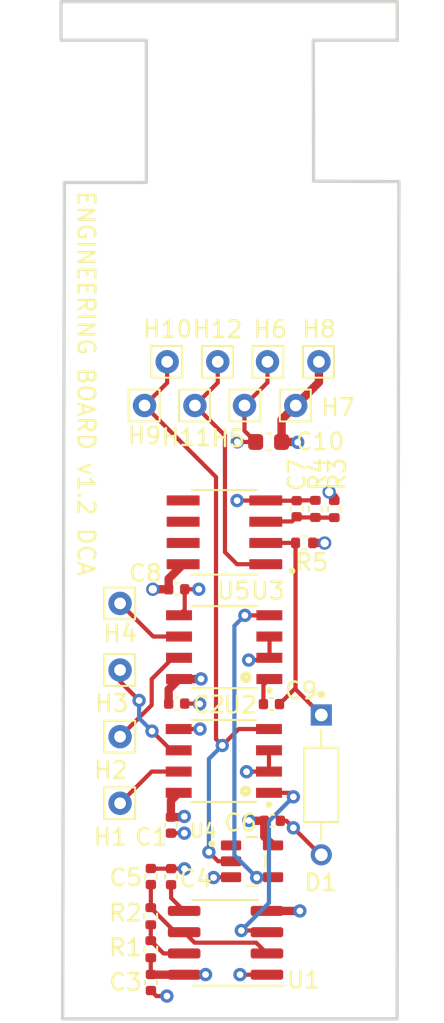
<source format=kicad_pcb>
(kicad_pcb (version 20211014) (generator pcbnew)
  (title_block (title "DCA_Sensor_Unit_PCB ") (date "2023-02-01") (rev "v1.1") (company "DCA"))
  (layers (0 "F.Cu" signal) (1 "In1.Cu" signal) (2 "In2.Cu" signal) (31 "B.Cu" signal) (34 "B.Paste" user) (35 "F.Paste" user) (36 "B.SilkS" user "B.Silkscreen") (37 "F.SilkS" user "F.Silkscreen") (38 "B.Mask" user) (39 "F.Mask" user) (44 "Edge.Cuts" user))
  (net 0 "")
  (net 1 "GND")
  (net 2 "+5V")
  (net 3 "Net-(C4-Pad1)")
  (net 4 "Net-(C5-Pad1)")
  (net 5 "Net-(C7-Pad1)")
  (net 6 "Net-(R1-Pad2)")
  (net 7 "Net-(U1-Pad3)")
  (net 8 "Net-(U3-Pad4)")
  (net 13 "Net-(C9-Pad1)")
  (net 14 "Net-(C9-Pad2)")
  (net 15 "Net-(U2-Pad7)")
  (net 16 "Net-(U3-Pad7)")
  (net 17 "Net-(U2-Pad6)")
  (net 18 "Net-(U3-Pad6)")
  (net 19 "Net-(U2-Pad4)")
  (net 20 "Net-(U5-Pad1)")
  (footprint "Capacitor_SMD:C_0402_1005Metric" (layer "F.Cu") (at 224.265 136.159167 180)
    (fp_text reference "C2" (at -1.925 -0.065) (layer "F.SilkS"))
    (fp_text value "100nF")
    (fp_line (start -0.107836 0.36) (end 0.107836 0.36) (layer "F.SilkS") (width 0.12))
    (fp_line (start -0.107836 -0.36) (end 0.107836 -0.36) (layer "F.SilkS") (width 0.12))
    (pad "1" smd roundrect (at -0.48 0 180) (size 0.56 0.62) (layers "F.Cu" "F.Paste" "F.Mask") (net 1 "GND"))
    (pad "2" smd roundrect (at 0.48 0 180) (size 0.56 0.62) (layers "F.Cu" "F.Paste" "F.Mask") (net 2 "+5V"))
  )
  (footprint "LM193DR:SOIC127P599X175-8N" (layer "F.Cu") (at 227.12 125.929167 180)
    (fp_text reference "U5" (at -0.54 -3.495 180) (layer "F.SilkS"))
    (fp_text value "LM193DR")
    (fp_line (start -1.95 -2.525) (end 1.95 -2.525) (layer "F.SilkS") (width 0.127))
    (fp_line (start -1.95 2.525) (end 1.95 2.525) (layer "F.SilkS") (width 0.127))
    (fp_circle (center -4.04 -2.305) (end -3.94 -2.305) (layer "F.SilkS") (width 0.2) (fill none))
    (pad "1" smd roundrect locked (at -2.47 -1.905 180) (size 1.97 0.6) (layers "F.Cu" "F.Paste" "F.Mask") (roundrect_rratio 0.07) (net 20 "Net-(U5-Pad1)"))
    (pad "2" smd roundrect locked (at -2.47 -0.635 180) (size 1.97 0.6) (layers "F.Cu" "F.Paste" "F.Mask") (roundrect_rratio 0.07) (net 14 "Net-(C9-Pad2)"))
    (pad "3" smd roundrect locked (at -2.47 0.635 180) (size 1.97 0.6) (layers "F.Cu" "F.Paste" "F.Mask") (roundrect_rratio 0.07) (net 5 "Net-(C7-Pad1)"))
    (pad "4" smd roundrect locked (at -2.47 1.905 180) (size 1.97 0.6) (layers "F.Cu" "F.Paste" "F.Mask") (roundrect_rratio 0.07) (net 1 "GND"))
    (pad "5" smd roundrect locked (at 2.47 1.905 180) (size 1.97 0.6) (layers "F.Cu" "F.Paste" "F.Mask") (roundrect_rratio 0.07))
    (pad "6" smd roundrect locked (at 2.47 0.635 180) (size 1.97 0.6) (layers "F.Cu" "F.Paste" "F.Mask") (roundrect_rratio 0.07))
    (pad "7" smd roundrect locked (at 2.47 -0.635 180) (size 1.97 0.6) (layers "F.Cu" "F.Paste" "F.Mask") (roundrect_rratio 0.07))
    (pad "8" smd roundrect locked (at 2.47 -1.905 180) (size 1.97 0.6) (layers "F.Cu" "F.Paste" "F.Mask") (roundrect_rratio 0.07) (net 2 "+5V"))
  )
  (footprint "Resistor_SMD:R_0402_1005Metric" (layer "F.Cu") (at 232.555 124.529167 90)
    (fp_text reference "R4" (at 2.075 0.125 90) (layer "F.SilkS"))
    (fp_text value "560")
    (fp_line (start -0.153641 -0.38) (end 0.153641 -0.38) (layer "F.SilkS") (width 0.12))
    (fp_line (start -0.153641 0.38) (end 0.153641 0.38) (layer "F.SilkS") (width 0.12))
    (pad "1" smd roundrect (at -0.51 0 90) (size 0.54 0.64) (layers "F.Cu" "F.Paste" "F.Mask") (net 5 "Net-(C7-Pad1)"))
    (pad "2" smd roundrect (at 0.51 0 90) (size 0.54 0.64) (layers "F.Cu" "F.Paste" "F.Mask") (net 1 "GND"))
  )
  (footprint "Connector_Pin:Pin_D0.7mm_L6.5mm_W1.8mm_FlatFork" (layer "F.Cu") (at 220.88 142.114167)
    (fp_text reference "H1" (at -0.58 2.01) (layer "F.SilkS"))
    (fp_text value "S1+")
    (fp_line (start 0.9 -0.9) (end 0.9 -0.95) (layer "F.SilkS") (width 0.12))
    (fp_line (start 0.9 0.95) (end 0.9 -0.9) (layer "F.SilkS") (width 0.12))
    (fp_line (start 0.9 -0.95) (end -0.95 -0.95) (layer "F.SilkS") (width 0.12))
    (fp_line (start -0.95 -0.95) (end -0.95 0.95) (layer "F.SilkS") (width 0.12))
    (fp_line (start -0.95 0.95) (end 0.9 0.95) (layer "F.SilkS") (width 0.12))
    (pad "1" thru_hole circle (at 0 0) (size 1.4 1.4) (drill 0.7) (layers *.Cu *.Mask) (net 15 "Net-(U2-Pad7)"))
  )
  (footprint "Capacitor_SMD:C_0402_1005Metric" (layer "F.Cu") (at 222.725 152.819167 90)
    (fp_text reference "C3" (at 0.02 -1.52) (layer "F.SilkS"))
    (fp_text value "100nF")
    (fp_line (start -0.107836 -0.36) (end 0.107836 -0.36) (layer "F.SilkS") (width 0.12))
    (fp_line (start -0.107836 0.36) (end 0.107836 0.36) (layer "F.SilkS") (width 0.12))
    (pad "1" smd roundrect (at -0.48 0 90) (size 0.56 0.62) (layers "F.Cu" "F.Paste" "F.Mask") (net 1 "GND"))
    (pad "2" smd roundrect (at 0.48 0 90) (size 0.56 0.62) (layers "F.Cu" "F.Paste" "F.Mask") (net 2 "+5V"))
  )
  (footprint "Connector_Pin:Pin_D0.7mm_L6.5mm_W1.8mm_FlatFork" (layer "F.Cu") (at 220.88 138.134167)
    (fp_text reference "H2" (at -0.55 2) (layer "F.SilkS"))
    (fp_text value "S1-")
    (fp_line (start -0.95 -0.95) (end -0.95 0.95) (layer "F.SilkS") (width 0.12))
    (fp_line (start 0.9 -0.9) (end 0.9 -0.95) (layer "F.SilkS") (width 0.12))
    (fp_line (start 0.9 0.95) (end 0.9 -0.9) (layer "F.SilkS") (width 0.12))
    (fp_line (start 0.9 -0.95) (end -0.95 -0.95) (layer "F.SilkS") (width 0.12))
    (fp_line (start -0.95 0.95) (end 0.9 0.95) (layer "F.SilkS") (width 0.12))
    (pad "1" thru_hole circle (at 0 0) (size 1.4 1.4) (drill 0.7) (layers *.Cu *.Mask) (net 16 "Net-(U3-Pad7)"))
  )
  (footprint "Connector_Pin:Pin_D0.7mm_L6.5mm_W1.8mm_FlatFork" (layer "F.Cu") (at 231.381112 118.351389)
    (fp_text reference "H7" (at 2.528888 0.11) (layer "F.SilkS"))
    (fp_text value "VCC")
    (fp_line (start 0.9 -0.9) (end 0.9 -0.95) (layer "F.SilkS") (width 0.12))
    (fp_line (start -0.95 0.95) (end 0.9 0.95) (layer "F.SilkS") (width 0.12))
    (fp_line (start -0.95 -0.95) (end -0.95 0.95) (layer "F.SilkS") (width 0.12))
    (fp_line (start 0.9 0.95) (end 0.9 -0.9) (layer "F.SilkS") (width 0.12))
    (fp_line (start 0.9 -0.95) (end -0.95 -0.95) (layer "F.SilkS") (width 0.12))
    (pad "1" thru_hole circle (at 0 0) (size 1.4 1.4) (drill 0.7) (layers *.Cu *.Mask) (net 2 "+5V"))
  )
  (footprint "Resistor_SMD:R_0402_1005Metric" (layer "F.Cu") (at 222.715 148.859167 90)
    (fp_text reference "R2" (at 0.2 -1.51) (layer "F.SilkS"))
    (fp_text value "1.5k")
    (fp_line (start -0.153641 0.38) (end 0.153641 0.38) (layer "F.SilkS") (width 0.12))
    (fp_line (start -0.153641 -0.38) (end 0.153641 -0.38) (layer "F.SilkS") (width 0.12))
    (pad "1" smd roundrect (at -0.51 0 90) (size 0.54 0.64) (layers "F.Cu" "F.Paste" "F.Mask") (net 6 "Net-(R1-Pad2)"))
    (pad "2" smd roundrect (at 0.51 0 90) (size 0.54 0.64) (layers "F.Cu" "F.Paste" "F.Mask") (net 4 "Net-(C5-Pad1)"))
  )
  (footprint "Capacitor_SMD:C_0402_1005Metric" (layer "F.Cu") (at 224.265 129.329167)
    (fp_text reference "C8" (at -1.87 -0.96) (layer "F.SilkS"))
    (fp_text value "100nF")
    (fp_line (start -0.107836 -0.36) (end 0.107836 -0.36) (layer "F.SilkS") (width 0.12))
    (fp_line (start -0.107836 0.36) (end 0.107836 0.36) (layer "F.SilkS") (width 0.12))
    (pad "1" smd roundrect (at -0.48 0) (size 0.56 0.62) (layers "F.Cu" "F.Paste" "F.Mask") (net 2 "+5V"))
    (pad "2" smd roundrect (at 0.48 0) (size 0.56 0.62) (layers "F.Cu" "F.Paste" "F.Mask") (net 1 "GND"))
  )
  (footprint "Capacitor_SMD:C_0603_1608Metric" (layer "F.Cu") (at 229.76 120.531389)
    (fp_text reference "C10" (at 3.07 -0.02) (layer "F.SilkS"))
    (fp_text value "1u")
    (fp_line (start -0.14058 -0.51) (end 0.14058 -0.51) (layer "F.SilkS") (width 0.12))
    (fp_line (start -0.14058 0.51) (end 0.14058 0.51) (layer "F.SilkS") (width 0.12))
    (pad "1" smd roundrect (at -0.775 0) (size 0.9 0.95) (layers "F.Cu" "F.Paste" "F.Mask") (net 1 "GND"))
    (pad "2" smd roundrect (at 0.775 0) (size 0.9 0.95) (layers "F.Cu" "F.Paste" "F.Mask") (net 2 "+5V"))
  )
  (footprint "Capacitor_SMD:C_0402_1005Metric" (layer "F.Cu") (at 229.93 136.189167)
    (fp_text reference "C9" (at 1.77 -0.805) (layer "F.SilkS"))
    (fp_text value "10uF")
    (fp_line (start -0.107836 -0.36) (end 0.107836 -0.36) (layer "F.SilkS") (width 0.12))
    (fp_line (start -0.107836 0.36) (end 0.107836 0.36) (layer "F.SilkS") (width 0.12))
    (pad "1" smd roundrect (at -0.48 0) (size 0.56 0.62) (layers "F.Cu" "F.Paste" "F.Mask") (net 13 "Net-(C9-Pad1)"))
    (pad "2" smd roundrect (at 0.48 0) (size 0.56 0.62) (layers "F.Cu" "F.Paste" "F.Mask") (net 14 "Net-(C9-Pad2)"))
  )
  (footprint "Connector_Pin:Pin_D0.7mm_L6.5mm_W1.8mm_FlatFork" (layer "F.Cu") (at 222.342778 118.351389)
    (fp_text reference "H9" (at 0 1.8) (layer "F.SilkS"))
    (fp_text value "GPIO1")
    (fp_line (start -0.95 -0.95) (end -0.95 0.95) (layer "F.SilkS") (width 0.12))
    (fp_line (start 0.9 0.95) (end 0.9 -0.9) (layer "F.SilkS") (width 0.12))
    (fp_line (start 0.9 -0.9) (end 0.9 -0.95) (layer "F.SilkS") (width 0.12))
    (fp_line (start -0.95 0.95) (end 0.9 0.95) (layer "F.SilkS") (width 0.12))
    (fp_line (start 0.9 -0.95) (end -0.95 -0.95) (layer "F.SilkS") (width 0.12))
    (pad "1" thru_hole circle (at 0 0) (size 1.4 1.4) (drill 0.7) (layers *.Cu *.Mask) (net 19 "Net-(U2-Pad4)"))
  )
  (footprint "Capacitor_SMD:C_0402_1005Metric" (layer "F.Cu") (at 222.72 146.489167 90)
    (fp_text reference "C5" (at -0.06 -1.5 180) (layer "F.SilkS"))
    (fp_text value "10nF")
    (fp_line (start -0.107836 -0.36) (end 0.107836 -0.36) (layer "F.SilkS") (width 0.12))
    (fp_line (start -0.107836 0.36) (end 0.107836 0.36) (layer "F.SilkS") (width 0.12))
    (pad "1" smd roundrect (at -0.48 0 90) (size 0.56 0.62) (layers "F.Cu" "F.Paste" "F.Mask") (net 4 "Net-(C5-Pad1)"))
    (pad "2" smd roundrect (at 0.48 0 90) (size 0.56 0.62) (layers "F.Cu" "F.Paste" "F.Mask") (net 1 "GND"))
  )
  (footprint "Capacitor_SMD:C_0402_1005Metric" (layer "F.Cu") (at 223.93 146.499167 90)
    (fp_text reference "C4" (at -0.12 1.47 180) (layer "F.SilkS"))
    (fp_text value "1nF")
    (fp_line (start -0.107836 -0.36) (end 0.107836 -0.36) (layer "F.SilkS") (width 0.12))
    (fp_line (start -0.107836 0.36) (end 0.107836 0.36) (layer "F.SilkS") (width 0.12))
    (pad "1" smd roundrect (at -0.48 0 90) (size 0.56 0.62) (layers "F.Cu" "F.Paste" "F.Mask") (net 3 "Net-(C4-Pad1)"))
    (pad "2" smd roundrect (at 0.48 0 90) (size 0.56 0.62) (layers "F.Cu" "F.Paste" "F.Mask") (net 1 "GND"))
  )
  (footprint "Resistor_SMD:R_0402_1005Metric" (layer "F.Cu") (at 233.685 124.539167 -90)
    (fp_text reference "R3" (at -2.095 -0.175 90) (layer "F.SilkS"))
    (fp_text value "2.7k")
    (fp_line (start -0.153641 -0.38) (end 0.153641 -0.38) (layer "F.SilkS") (width 0.12))
    (fp_line (start -0.153641 0.38) (end 0.153641 0.38) (layer "F.SilkS") (width 0.12))
    (pad "1" smd roundrect (at -0.51 0 270) (size 0.54 0.64) (layers "F.Cu" "F.Paste" "F.Mask") (net 2 "+5V"))
    (pad "2" smd roundrect (at 0.51 0 270) (size 0.54 0.64) (layers "F.Cu" "F.Paste" "F.Mask") (net 5 "Net-(C7-Pad1)"))
  )
  (footprint "Connector_Pin:Pin_D0.7mm_L6.5mm_W1.8mm_FlatFork" (layer "F.Cu") (at 223.696111 115.741389)
    (fp_text reference "H10" (at 0.03 -1.95) (layer "F.SilkS"))
    (fp_text value "GPIO1")
    (fp_line (start 0.9 -0.9) (end 0.9 -0.95) (layer "F.SilkS") (width 0.12))
    (fp_line (start 0.9 0.95) (end 0.9 -0.9) (layer "F.SilkS") (width 0.12))
    (fp_line (start -0.95 -0.95) (end -0.95 0.95) (layer "F.SilkS") (width 0.12))
    (fp_line (start -0.95 0.95) (end 0.9 0.95) (layer "F.SilkS") (width 0.12))
    (fp_line (start 0.9 -0.95) (end -0.95 -0.95) (layer "F.SilkS") (width 0.12))
    (pad "1" thru_hole circle (at 0 0) (size 1.4 1.4) (drill 0.7) (layers *.Cu *.Mask) (net 19 "Net-(U2-Pad4)"))
  )
  (footprint "Resistor_SMD:R_0402_1005Metric" (layer "F.Cu") (at 231.88 126.559167 180)
    (fp_text reference "R5" (at -0.46 -1.165) (layer "F.SilkS"))
    (fp_text value "220")
    (fp_line (start -0.153641 0.38) (end 0.153641 0.38) (layer "F.SilkS") (width 0.12))
    (fp_line (start -0.153641 -0.38) (end 0.153641 -0.38) (layer "F.SilkS") (width 0.12))
    (pad "1" smd roundrect (at -0.51 0 180) (size 0.54 0.64) (layers "F.Cu" "F.Paste" "F.Mask") (net 2 "+5V"))
    (pad "2" smd roundrect (at 0.51 0 180) (size 0.54 0.64) (layers "F.Cu" "F.Paste" "F.Mask") (net 14 "Net-(C9-Pad2)"))
  )
  (footprint "Connector_Pin:Pin_D0.7mm_L6.5mm_W1.8mm_FlatFork" (layer "F.Cu") (at 232.767778 115.741389)
    (fp_text reference "H8" (at 0.01 -1.94) (layer "F.SilkS"))
    (fp_text value "VCC")
    (fp_line (start 0.9 0.95) (end 0.9 -0.9) (layer "F.SilkS") (width 0.12))
    (fp_line (start 0.9 -0.95) (end -0.95 -0.95) (layer "F.SilkS") (width 0.12))
    (fp_line (start -0.95 0.95) (end 0.9 0.95) (layer "F.SilkS") (width 0.12))
    (fp_line (start -0.95 -0.95) (end -0.95 0.95) (layer "F.SilkS") (width 0.12))
    (fp_line (start 0.9 -0.9) (end 0.9 -0.95) (layer "F.SilkS") (width 0.12))
    (pad "1" thru_hole circle (at 0 0) (size 1.4 1.4) (drill 0.7) (layers *.Cu *.Mask) (net 2 "+5V"))
  )
  (footprint "MAX4528CSA_:SOIC127P600X175-8N" (layer "F.Cu") (at 227.105 132.787917 180)
    (fp_text reference "U3" (at -2.615 3.35375) (layer "F.SilkS") (effects (font (size 1.001669 1.001669))))
    (fp_text value "MAX4528CSA+")
    (fp_line (start -1.95 -2.45) (end 1.95 -2.45) (layer "F.SilkS") (width 0.127))
    (fp_line (start 1.95 2.45) (end -1.95 2.45) (layer "F.SilkS") (width 0.127))
    (fp_circle (center -2.7 -2.6) (end -2.6 -2.6) (layer "F.SilkS") (width 0.2) (fill none))
    (fp_circle (center -1.3 -1.8) (end -1.1 -1.8) (layer "F.SilkS") (width 0.3) (fill none))
    (pad "1" smd rect locked (at -2.7 -1.905 180) (size 1.55 0.6) (layers "F.Cu" "F.Paste" "F.Mask") (net 13 "Net-(C9-Pad1)"))
    (pad "2" smd rect locked (at -2.7 -0.635 180) (size 1.55 0.6) (layers "F.Cu" "F.Paste" "F.Mask") (net 1 "GND"))
    (pad "3" smd rect locked (at -2.7 0.635 180) (size 1.55 0.6) (layers "F.Cu" "F.Paste" "F.Mask") (net 1 "GND"))
    (pad "4" smd rect locked (at -2.7 1.905 180) (size 1.55 0.6) (layers "F.Cu" "F.Paste" "F.Mask") (net 8 "Net-(U3-Pad4)"))
    (pad "5" smd rect locked (at 2.7 1.905 180) (size 1.55 0.6) (layers "F.Cu" "F.Paste" "F.Mask") (net 1 "GND"))
    (pad "6" smd rect locked (at 2.7 0.635 180) (size 1.55 0.6) (layers "F.Cu" "F.Paste" "F.Mask") (net 18 "Net-(U3-Pad6)"))
    (pad "7" smd rect locked (at 2.7 -0.635 180) (size 1.55 0.6) (layers "F.Cu" "F.Paste" "F.Mask") (net 16 "Net-(U3-Pad7)"))
    (pad "8" smd rect locked (at 2.7 -1.905 180) (size 1.55 0.6) (layers "F.Cu" "F.Paste" "F.Mask") (net 2 "+5V"))
  )
  (footprint "Connector_Pin:Pin_D0.7mm_L6.5mm_W1.8mm_FlatFork" (layer "F.Cu") (at 220.88 134.154167)
    (fp_text reference "H3" (at -0.49 1.99) (layer "F.SilkS"))
    (fp_text value "S2+")
    (fp_line (start -0.95 -0.95) (end -0.95 0.95) (layer "F.SilkS") (width 0.12))
    (fp_line (start 0.9 -0.9) (end 0.9 -0.95) (layer "F.SilkS") (width 0.12))
    (fp_line (start 0.9 0.95) (end 0.9 -0.9) (layer "F.SilkS") (width 0.12))
    (fp_line (start -0.95 0.95) (end 0.9 0.95) (layer "F.SilkS") (width 0.12))
    (fp_line (start 0.9 -0.95) (end -0.95 -0.95) (layer "F.SilkS") (width 0.12))
    (pad "1" thru_hole circle (at 0 0) (size 1.4 1.4) (drill 0.7) (layers *.Cu *.Mask) (net 17 "Net-(U2-Pad6)"))
  )
  (footprint "Resistor_SMD:R_0402_1005Metric" (layer "F.Cu") (at 222.715 150.829167 90)
    (fp_text reference "R1" (at 0.1 -1.51) (layer "F.SilkS"))
    (fp_text value "820")
    (fp_line (start -0.153641 -0.38) (end 0.153641 -0.38) (layer "F.SilkS") (width 0.12))
    (fp_line (start -0.153641 0.38) (end 0.153641 0.38) (layer "F.SilkS") (width 0.12))
    (pad "1" smd roundrect (at -0.51 0 90) (size 0.54 0.64) (layers "F.Cu" "F.Paste" "F.Mask") (net 2 "+5V"))
    (pad "2" smd roundrect (at 0.51 0 90) (size 0.54 0.64) (layers "F.Cu" "F.Paste" "F.Mask") (net 6 "Net-(R1-Pad2)"))
  )
  (footprint "Connector_Pin:Pin_D0.7mm_L6.5mm_W1.8mm_FlatFork" (layer "F.Cu") (at 225.355556 118.351389)
    (fp_text reference "H11" (at -0.505556 1.9) (layer "F.SilkS"))
    (fp_text value "GPIO2")
    (fp_line (start 0.9 0.95) (end 0.9 -0.9) (layer "F.SilkS") (width 0.12))
    (fp_line (start -0.95 -0.95) (end -0.95 0.95) (layer "F.SilkS") (width 0.12))
    (fp_line (start -0.95 0.95) (end 0.9 0.95) (layer "F.SilkS") (width 0.12))
    (fp_line (start 0.9 -0.95) (end -0.95 -0.95) (layer "F.SilkS") (width 0.12))
    (fp_line (start 0.9 -0.9) (end 0.9 -0.95) (layer "F.SilkS") (width 0.12))
    (pad "1" thru_hole circle (at 0 0) (size 1.4 1.4) (drill 0.7) (layers *.Cu *.Mask) (net 20 "Net-(U5-Pad1)"))
  )
  (footprint "SN74AHC1G04DBVR:SOT95P280X145-5N" (layer "F.Cu") (at 228.77 145.579167)
    (fp_text reference "U4" (at -2.91 -1.815) (layer "F.SilkS") (effects (font (size 0.8 0.8))))
    (fp_text value "SN74AHC1G04DBVR")
    (fp_line (start -0.33 -1.45) (end 0.33 -1.45) (layer "F.SilkS") (width 0.127))
    (fp_line (start 0.8 -0.335) (end 0.8 0.335) (layer "F.SilkS") (width 0.127))
    (fp_line (start 0.33 1.45) (end -0.33 1.45) (layer "F.SilkS") (width 0.127))
    (fp_circle (center -2.41 -1.05) (end -2.31 -1.05) (layer "F.SilkS") (width 0.2) (fill none))
    (pad "1" smd roundrect locked (at -1.255 -0.95) (size 1.21 0.59) (layers "F.Cu" "F.Paste" "F.Mask") (roundrect_rratio 0.15))
    (pad "2" smd roundrect locked (at -1.255 0) (size 1.21 0.59) (layers "F.Cu" "F.Paste" "F.Mask") (roundrect_rratio 0.15) (net 19 "Net-(U2-Pad4)"))
    (pad "3" smd roundrect locked (at -1.255 0.95) (size 1.21 0.59) (layers "F.Cu" "F.Paste" "F.Mask") (roundrect_rratio 0.15) (net 1 "GND"))
    (pad "4" smd roundrect locked (at 1.255 0.95) (size 1.21 0.59) (layers "F.Cu" "F.Paste" "F.Mask") (roundrect_rratio 0.15) (net 8 "Net-(U3-Pad4)"))
    (pad "5" smd roundrect locked (at 1.255 -0.95) (size 1.21 0.59) (layers "F.Cu" "F.Paste" "F.Mask") (roundrect_rratio 0.15) (net 2 "+5V"))
  )
  (footprint "Connector_Pin:Pin_D0.7mm_L6.5mm_W1.8mm_FlatFork" (layer "F.Cu") (at 229.693889 115.741389 180)
    (fp_text reference "H6" (at -0.165 1.93) (layer "F.SilkS"))
    (fp_text value "GND")
    (fp_line (start 0.9 0.95) (end 0.9 -0.9) (layer "F.SilkS") (width 0.12))
    (fp_line (start -0.95 -0.95) (end -0.95 0.95) (layer "F.SilkS") (width 0.12))
    (fp_line (start 0.9 -0.95) (end -0.95 -0.95) (layer "F.SilkS") (width 0.12))
    (fp_line (start -0.95 0.95) (end 0.9 0.95) (layer "F.SilkS") (width 0.12))
    (fp_line (start 0.9 -0.9) (end 0.9 -0.95) (layer "F.SilkS") (width 0.12))
    (pad "1" thru_hole circle (at 0 0 180) (size 1.4 1.4) (drill 0.7) (layers *.Cu *.Mask) (net 1 "GND"))
  )
  (footprint "Capacitor_SMD:C_0402_1005Metric" (layer "F.Cu") (at 231.435 124.519167 90)
    (fp_text reference "C7" (at 2.035 0.015 90) (layer "F.SilkS"))
    (fp_text value "100nF")
    (fp_line (start -0.107836 -0.36) (end 0.107836 -0.36) (layer "F.SilkS") (width 0.12))
    (fp_line (start -0.107836 0.36) (end 0.107836 0.36) (layer "F.SilkS") (width 0.12))
    (pad "1" smd roundrect (at -0.48 0 90) (size 0.56 0.62) (layers "F.Cu" "F.Paste" "F.Mask") (net 5 "Net-(C7-Pad1)"))
    (pad "2" smd roundrect (at 0.48 0 90) (size 0.56 0.62) (layers "F.Cu" "F.Paste" "F.Mask") (net 1 "GND"))
  )
  (footprint "MAX4528CSA_:SOIC127P600X175-8N" (layer "F.Cu") (at 227.0825 139.584167 180)
    (fp_text reference "U2" (at -0.9775 3.35) (layer "F.SilkS") (effects (font (size 1.001669 1.001669))))
    (fp_text value "MAX4528CSA+")
    (fp_line (start 1.95 2.45) (end -1.95 2.45) (layer "F.SilkS") (width 0.127))
    (fp_line (start -1.95 -2.45) (end 1.95 -2.45) (layer "F.SilkS") (width 0.127))
    (fp_circle (center -2.7 -2.6) (end -2.6 -2.6) (layer "F.SilkS") (width 0.2) (fill none))
    (fp_circle (center -1.3 -1.8) (end -1.1 -1.8) (layer "F.SilkS") (width 0.3) (fill none))
    (pad "1" smd rect locked (at -2.7 -1.905 180) (size 1.55 0.6) (layers "F.Cu" "F.Paste" "F.Mask") (net 7 "Net-(U1-Pad3)"))
    (pad "2" smd rect locked (at -2.7 -0.635 180) (size 1.55 0.6) (layers "F.Cu" "F.Paste" "F.Mask") (net 1 "GND"))
    (pad "3" smd rect locked (at -2.7 0.635 180) (size 1.55 0.6) (layers "F.Cu" "F.Paste" "F.Mask") (net 1 "GND"))
    (pad "4" smd rect locked (at -2.7 1.905 180) (size 1.55 0.6) (layers "F.Cu" "F.Paste" "F.Mask") (net 19 "Net-(U2-Pad4)"))
    (pad "5" smd rect locked (at 2.7 1.905 180) (size 1.55 0.6) (layers "F.Cu" "F.Paste" "F.Mask") (net 1 "GND"))
    (pad "6" smd rect locked (at 2.7 0.635 180) (size 1.55 0.6) (layers "F.Cu" "F.Paste" "F.Mask") (net 17 "Net-(U2-Pad6)"))
    (pad "7" smd rect locked (at 2.7 -0.635 180) (size 1.55 0.6) (layers "F.Cu" "F.Paste" "F.Mask") (net 15 "Net-(U2-Pad7)"))
    (pad "8" smd rect locked (at 2.7 -1.905 180) (size 1.55 0.6) (layers "F.Cu" "F.Paste" "F.Mask") (net 2 "+5V"))
  )
  (footprint "Capacitor_SMD:C_0402_1005Metric" (layer "F.Cu") (at 223.92 143.419167 90)
    (fp_text reference "C1" (at -0.705 -1.17 180) (layer "F.SilkS"))
    (fp_text value "100nF")
    (fp_line (start -0.107836 -0.36) (end 0.107836 -0.36) (layer "F.SilkS") (width 0.12))
    (fp_line (start -0.107836 0.36) (end 0.107836 0.36) (layer "F.SilkS") (width 0.12))
    (pad "1" smd roundrect (at -0.48 0 90) (size 0.56 0.62) (layers "F.Cu" "F.Paste" "F.Mask") (net 1 "GND"))
    (pad "2" smd roundrect (at 0.48 0 90) (size 0.56 0.62) (layers "F.Cu" "F.Paste" "F.Mask") (net 2 "+5V"))
  )
  (footprint "Package_SO:SOIC-8_3.9x4.9mm_P1.27mm" (layer "F.Cu") (at 227.185 150.449167 180)
    (fp_text reference "U1" (at -4.665 -2.215) (layer "F.SilkS"))
    (fp_text value "LM555xM")
    (fp_line (start 0 2.56) (end -1.95 2.56) (layer "F.SilkS") (width 0.12))
    (fp_line (start 0 -2.56) (end -3.45 -2.56) (layer "F.SilkS") (width 0.12))
    (fp_line (start 0 2.56) (end 1.95 2.56) (layer "F.SilkS") (width 0.12))
    (fp_line (start 0 -2.56) (end 1.95 -2.56) (layer "F.SilkS") (width 0.12))
    (pad "1" smd roundrect (at -2.475 -1.905 180) (size 1.95 0.6) (layers "F.Cu" "F.Paste" "F.Mask") (net 1 "GND"))
    (pad "2" smd roundrect (at -2.475 -0.635 180) (size 1.95 0.6) (layers "F.Cu" "F.Paste" "F.Mask") (net 4 "Net-(C5-Pad1)"))
    (pad "3" smd roundrect (at -2.475 0.635 180) (size 1.95 0.6) (layers "F.Cu" "F.Paste" "F.Mask") (net 7 "Net-(U1-Pad3)"))
    (pad "4" smd roundrect (at -2.475 1.905 180) (size 1.95 0.6) (layers "F.Cu" "F.Paste" "F.Mask") (net 2 "+5V"))
    (pad "5" smd roundrect (at 2.475 1.905 180) (size 1.95 0.6) (layers "F.Cu" "F.Paste" "F.Mask") (net 3 "Net-(C4-Pad1)"))
    (pad "6" smd roundrect (at 2.475 0.635 180) (size 1.95 0.6) (layers "F.Cu" "F.Paste" "F.Mask") (net 4 "Net-(C5-Pad1)"))
    (pad "7" smd roundrect (at 2.475 -0.635 180) (size 1.95 0.6) (layers "F.Cu" "F.Paste" "F.Mask") (net 6 "Net-(R1-Pad2)"))
    (pad "8" smd roundrect (at 2.475 -1.905 180) (size 1.95 0.6) (layers "F.Cu" "F.Paste" "F.Mask") (net 2 "+5V"))
  )
  (footprint "DIOAD835W50L444D203:DIOAD835W50L444D203" (layer "F.Cu") (at 232.91 141.015667 -90)
    (fp_text reference "D1" (at 5.8385 0.03 180) (layer "F.SilkS"))
    (fp_text value "1Vf")
    (fp_line (start 2.22 -1.02) (end 2.22 0) (layer "F.SilkS") (width 0.127))
    (fp_line (start -2.22 0) (end -3.3 0) (layer "F.SilkS") (width 0.127))
    (fp_line (start 2.22 0) (end 2.22 1.02) (layer "F.SilkS") (width 0.127))
    (fp_line (start -2.22 0) (end -2.22 -1.02) (layer "F.SilkS") (width 0.127))
    (fp_line (start -2.22 -1.02) (end 2.22 -1.02) (layer "F.SilkS") (width 0.127))
    (fp_line (start 2.22 1.02) (end -2.22 1.02) (layer "F.SilkS") (width 0.127))
    (fp_line (start -2.22 1.02) (end -2.22 0) (layer "F.SilkS") (width 0.127))
    (fp_line (start 2.22 0) (end 3.3 0) (layer "F.SilkS") (width 0.127))
    (fp_circle (center -5.4 0) (end -5.28 0) (layer "F.SilkS") (width 0.24) (fill none))
    (pad "1" thru_hole rect locked (at -4.1765 0 270) (size 1.268 1.268) (drill 0.76) (layers *.Cu *.Mask) (net 14 "Net-(C9-Pad2)"))
    (pad "2" thru_hole circle locked (at 4.1765 0 270) (size 1.268 1.268) (drill 0.76) (layers *.Cu *.Mask) (net 1 "GND"))
  )
  (footprint "Connector_Pin:Pin_D0.7mm_L6.5mm_W1.8mm_FlatFork" (layer "F.Cu") (at 228.318334 118.351389 180)
    (fp_text reference "H5" (at 0.978334 -1.97) (layer "F.SilkS"))
    (fp_text value "GND")
    (fp_line (start -0.95 0.95) (end 0.9 0.95) (layer "F.SilkS") (width 0.12))
    (fp_line (start 0.9 -0.9) (end 0.9 -0.95) (layer "F.SilkS") (width 0.12))
    (fp_line (start -0.95 -0.95) (end -0.95 0.95) (layer "F.SilkS") (width 0.12))
    (fp_line (start 0.9 0.95) (end 0.9 -0.9) (layer "F.SilkS") (width 0.12))
    (fp_line (start 0.9 -0.95) (end -0.95 -0.95) (layer "F.SilkS") (width 0.12))
    (pad "1" thru_hole circle (at 0 0 180) (size 1.4 1.4) (drill 0.7) (layers *.Cu *.Mask) (net 1 "GND"))
  )
  (footprint "Capacitor_SMD:C_0402_1005Metric" (layer "F.Cu") (at 229.98 143.159167 180)
    (fp_text reference "C6" (at 1.9 -0.115 180) (layer "F.SilkS"))
    (fp_text value "100nF")
    (fp_line (start -0.107836 -0.36) (end 0.107836 -0.36) (layer "F.SilkS") (width 0.12))
    (fp_line (start -0.107836 0.36) (end 0.107836 0.36) (layer "F.SilkS") (width 0.12))
    (pad "1" smd roundrect (at -0.48 0 180) (size 0.56 0.62) (layers "F.Cu" "F.Paste" "F.Mask") (net 1 "GND"))
    (pad "2" smd roundrect (at 0.48 0 180) (size 0.56 0.62) (layers "F.Cu" "F.Paste" "F.Mask") (net 2 "+5V"))
  )
  (footprint "Connector_Pin:Pin_D0.7mm_L6.5mm_W1.8mm_FlatFork" (layer "F.Cu") (at 220.88 130.174167)
    (fp_text reference "H4" (at 0 1.8) (layer "F.SilkS"))
    (fp_text value "S2-")
    (fp_line (start -0.95 0.95) (end 0.9 0.95) (layer "F.SilkS") (width 0.12))
    (fp_line (start 0.9 -0.9) (end 0.9 -0.95) (layer "F.SilkS") (width 0.12))
    (fp_line (start -0.95 -0.95) (end -0.95 0.95) (layer "F.SilkS") (width 0.12))
    (fp_line (start 0.9 0.95) (end 0.9 -0.9) (layer "F.SilkS") (width 0.12))
    (fp_line (start 0.9 -0.95) (end -0.95 -0.95) (layer "F.SilkS") (width 0.12))
    (pad "1" thru_hole circle (at 0 0) (size 1.4 1.4) (drill 0.7) (layers *.Cu *.Mask) (net 18 "Net-(U3-Pad6)"))
  )
  (footprint "Connector_Pin:Pin_D0.7mm_L6.5mm_W1.8mm_FlatFork" (layer "F.Cu") (at 226.72 115.741389)
    (fp_text reference "H12" (at -0.01 -1.94) (layer "F.SilkS"))
    (fp_text value "GPIO2")
    (fp_line (start -0.95 0.95) (end 0.9 0.95) (layer "F.SilkS") (width 0.12))
    (fp_line (start 0.9 0.95) (end 0.9 -0.9) (layer "F.SilkS") (width 0.12))
    (fp_line (start -0.95 -0.95) (end -0.95 0.95) (layer "F.SilkS") (width 0.12))
    (fp_line (start 0.9 -0.9) (end 0.9 -0.95) (layer "F.SilkS") (width 0.12))
    (fp_line (start 0.9 -0.95) (end -0.95 -0.95) (layer "F.SilkS") (width 0.12))
    (pad "1" thru_hole circle (at 0 0) (size 1.4 1.4) (drill 0.7) (layers *.Cu *.Mask) (net 20 "Net-(U5-Pad1)"))
  )
  (gr_poly (pts (xy 237.45 94.23) (xy 237.45 96.53) (xy 232.43 96.53) (xy 232.45 104.95) (xy 237.55 104.978146) (xy 237.495 129.984073) (xy 237.44 154.99) (xy 217.445729 154.99) (xy 217.55 105.03) (xy 222.45 105.03) (xy 222.45 96.53) (xy 217.35 96.53) (xy 217.35 94.23)) (layer "Edge.Cuts") (width 0.2) (fill none))
  (gr_text "ENGINEERING BOARD v1.2 DCA" (at 218.85 117.03 270) (layer "F.SilkS") (effects (font (size 1 1))))
  (segment (start 227.875 124.029167) (end 229.585 124.029167) (width 0.25) (layer "F.Cu") (net 1))
  (segment (start 223.68 153.629167) (end 223.055 153.629167) (width 0.25) (layer "F.Cu") (net 1))
  (segment (start 228.318334 119.864723) (end 228.985 120.531389) (width 0.25) (layer "F.Cu") (net 1))
  (segment (start 224.745 129.329167) (end 224.745 130.542917) (width 0.25) (layer "F.Cu") (net 1))
  (segment (start 230.82 143.159167) (end 231.24 143.579167) (width 0.25) (layer "F.Cu") (net 1))
  (segment (start 228.055 152.354167) (end 228.05 152.349167) (width 0.25) (layer "F.Cu") (net 1))
  (segment (start 227.515 146.529167) (end 226.49 146.529167) (width 0.25) (layer "F.Cu") (net 1))
  (segment (start 223.055 153.629167) (end 222.725 153.299167) (width 0.25) (layer "F.Cu") (net 1))
  (segment (start 229.7825 140.219167) (end 228.45 140.219167) (width 0.25) (layer "F.Cu") (net 1))
  (segment (start 230.46 143.159167) (end 230.82 143.159167) (width 0.25) (layer "F.Cu") (net 1))
  (segment (start 229.66 152.354167) (end 228.055 152.354167) (width 0.25) (layer "F.Cu") (net 1))
  (segment (start 229.815 133.554167) (end 229.815 132.284167) (width 0.25) (layer "F.Cu") (net 1))
  (segment (start 231.435 124.039167) (end 229.605 124.039167) (width 0.25) (layer "F.Cu") (net 1))
  (segment (start 226.49 146.529167) (end 226.47 146.549167) (width 0.25) (layer "F.Cu") (net 1))
  (segment (start 224.72 146.019167) (end 224.73 146.029167) (width 0.25) (layer "F.Cu") (net 1))
  (segment (start 228.318334 118.351389) (end 228.318334 119.864723) (width 0.25) (layer "F.Cu") (net 1))
  (segment (start 228.57 133.559167) (end 228.575 133.554167) (width 0.25) (layer "F.Cu") (net 1))
  (segment (start 224.745 136.159167) (end 225.62 136.159167) (width 0.25) (layer "F.Cu") (net 1))
  (segment (start 229.585 124.029167) (end 229.59 124.024167) (width 0.25) (layer "F.Cu") (net 1))
  (segment (start 232.91 145.192167) (end 232.853 145.192167) (width 0.25) (layer "F.Cu") (net 1))
  (segment (start 227.9 120.531389) (end 227.89 120.521389) (width 0.25) (layer "F.Cu") (net 1))
  (segment (start 224.745 129.329167) (end 225.585 129.329167) (width 0.25) (layer "F.Cu") (net 1))
  (segment (start 223.93 146.019167) (end 222.73 146.019167) (width 0.25) (layer "F.Cu") (net 1))
  (segment (start 223.92 143.899167) (end 224.725 143.899167) (width 0.25) (layer "F.Cu") (net 1))
  (segment (start 225.62 136.159167) (end 225.64 136.179167) (width 0.25) (layer "F.Cu") (net 1))
  (segment (start 229.693889 115.741389) (end 229.693889 116.975834) (width 0.25) (layer "F.Cu") (net 1))
  (segment (start 231.455 124.019167) (end 231.435 124.039167) (width 0.25) (layer "F.Cu") (net 1))
  (segment (start 228.45 140.219167) (end 228.44 140.229167) (width 0.25) (layer "F.Cu") (net 1))
  (segment (start 225.66 137.679167) (end 224.3825 137.679167) (width 0.25) (layer "F.Cu") (net 1))
  (segment (start 224.745 130.542917) (end 224.405 130.882917) (width 0.25) (layer "F.Cu") (net 1))
  (segment (start 229.605 124.039167) (end 229.59 124.024167) (width 0.25) (layer "F.Cu") (net 1))
  (segment (start 229.7825 140.179167) (end 229.7825 138.909167) (width 0.25) (layer "F.Cu") (net 1))
  (segment (start 223.93 146.019167) (end 224.72 146.019167) (width 0.25) (layer "F.Cu") (net 1))
  (segment (start 232.853 145.192167) (end 231.24 143.579167) (width 0.25) (layer "F.Cu") (net 1))
  (segment (start 229.693889 116.975834) (end 228.318334 118.351389) (width 0.25) (layer "F.Cu") (net 1))
  (segment (start 228.985 120.531389) (end 227.9 120.531389) (width 0.25) (layer "F.Cu") (net 1))
  (segment (start 222.73 146.019167) (end 222.72 146.009167) (width 0.25) (layer "F.Cu") (net 1))
  (segment (start 228.575 133.554167) (end 229.815 133.554167) (width 0.25) (layer "F.Cu") (net 1))
  (segment (start 232.555 124.019167) (end 231.455 124.019167) (width 0.25) (layer "F.Cu") (net 1))
  (via (at 225.66 137.679167) (size 0.8) (drill 0.4) (layers "F.Cu" "B.Cu") (net 1))
  (via (at 227.89 120.521389) (size 0.8) (drill 0.4) (layers "F.Cu" "B.Cu") (net 1))
  (via (at 228.05 152.349167) (size 0.8) (drill 0.4) (layers "F.Cu" "B.Cu") (net 1))
  (via (at 226.47 146.549167) (size 0.8) (drill 0.4) (layers "F.Cu" "B.Cu") (net 1))
  (via (at 231.24 143.579167) (size 0.8) (drill 0.4) (layers "F.Cu" "B.Cu") (net 1))
  (via (at 224.73 146.029167) (size 0.8) (drill 0.4) (layers "F.Cu" "B.Cu") (net 1))
  (via (at 225.585 129.329167) (size 0.8) (drill 0.4) (layers "F.Cu" "B.Cu") (net 1))
  (via (at 223.68 153.629167) (size 0.8) (drill 0.4) (layers "F.Cu" "B.Cu") (net 1))
  (via (at 228.44 140.229167) (size 0.8) (drill 0.4) (layers "F.Cu" "B.Cu") (net 1))
  (via (at 227.875 124.029167) (size 0.8) (drill 0.4) (layers "F.Cu" "B.Cu") (net 1))
  (via (at 225.64 136.179167) (size 0.8) (drill 0.4) (layers "F.Cu" "B.Cu") (net 1))
  (via (at 228.57 133.559167) (size 0.8) (drill 0.4) (layers "F.Cu" "B.Cu") (net 1))
  (via (at 224.725 143.899167) (size 0.8) (drill 0.4) (layers "F.Cu" "B.Cu") (net 1))
  (segment (start 232.105556 117.626945) (end 231.381112 118.351389) (width 0.5) (layer "F.Cu") (net 2))
  (segment (start 232.767778 115.741389) (end 232.767778 116.964723) (width 0.5) (layer "F.Cu") (net 2))
  (segment (start 222.835 129.329167) (end 223.785 129.329167) (width 0.5) (layer "F.Cu") (net 2))
  (segment (start 232.767778 116.964723) (end 232.105556 117.626945) (width 0.5) (layer "F.Cu") (net 2))
  (segment (start 231.48 120.531389) (end 231.5 120.551389) (width 0.25) (layer "F.Cu") (net 2))
  (segment (start 229.66 148.544167) (end 231.35 148.544167) (width 0.5) (layer "F.Cu") (net 2))
  (segment (start 231.35 148.544167) (end 231.37 148.564167) (width 0.25) (layer "F.Cu") (net 2))
  (segment (start 228.6 143.159167) (end 228.58 143.139167) (width 0.25) (layer "F.Cu") (net 2))
  (segment (start 224.680167 142.939167) (end 224.719655 142.899679) (width 0.25) (layer "F.Cu") (net 2))
  (segment (start 229.5 144.104167) (end 230.025 144.629167) (width 0.5) (layer "F.Cu") (net 2))
  (segment (start 224.71 152.354167) (end 222.74 152.354167) (width 0.5) (layer "F.Cu") (net 2))
  (segment (start 222.715 152.329167) (end 222.725 152.339167) (width 0.25) (layer "F.Cu") (net 2))
  (segment (start 225.98 152.354167) (end 225.99 152.344167) (width 0.25) (layer "F.Cu") (net 2))
  (segment (start 230.535 120.531389) (end 231.48 120.531389) (width 0.5) (layer "F.Cu") (net 2))
  (segment (start 229.5 143.159167) (end 228.6 143.159167) (width 0.5) (layer "F.Cu") (net 2))
  (segment (start 223.92 142.939167) (end 224.680167 142.939167) (width 0.5) (layer "F.Cu") (net 2))
  (segment (start 233.685 123.824167) (end 233.685 124.029167) (width 0.5) (layer "F.Cu") (net 2))
  (segment (start 224.405 134.692917) (end 225.71125 134.692917) (width 0.5) (layer "F.Cu") (net 2))
  (segment (start 233.1 126.559167) (end 232.39 126.559167) (width 0.5) (layer "F.Cu") (net 2))
  (segment (start 223.92 141.951667) (end 224.3825 141.489167) (width 0.5) (layer "F.Cu") (net 2))
  (segment (start 233.11 126.569167) (end 233.1 126.559167) (width 0.5) (layer "F.Cu") (net 2))
  (segment (start 233.38 123.519167) (end 233.685 123.824167) (width 0.5) (layer "F.Cu") (net 2))
  (segment (start 225.71125 134.692917) (end 225.72 134.684167) (width 0.25) (layer "F.Cu") (net 2))
  (segment (start 222.715 151.339167) (end 222.715 152.329167) (width 0.25) (layer "F.Cu") (net 2))
  (segment (start 232.105556 117.626945) (end 230.535 119.197501) (width 0.5) (layer "F.Cu") (net 2))
  (segment (start 223.785 128.699167) (end 223.785 129.329167) (width 0.5) (layer "F.Cu") (net 2))
  (segment (start 231.35 148.544167) (end 231.63 148.544167) (width 0.25) (layer "F.Cu") (net 2))
  (segment (start 223.785 135.312917) (end 223.785 136.159167) (width 0.5) (layer "F.Cu") (net 2))
  (segment (start 230.535 119.197501) (end 230.535 120.531389) (width 0.5) (layer "F.Cu") (net 2))
  (segment (start 224.71 152.354167) (end 225.98 152.354167) (width 0.5) (layer "F.Cu") (net 2))
  (segment (start 224.65 127.834167) (end 223.785 128.699167) (width 0.5) (layer "F.Cu") (net 2))
  (segment (start 229.5 143.159167) (end 229.5 144.104167) (width 0.5) (layer "F.Cu") (net 2))
  (segment (start 223.92 142.939167) (end 223.92 141.951667) (width 0.5) (layer "F.Cu") (net 2))
  (segment (start 222.74 152.354167) (end 222.725 152.339167) (width 0.25) (layer "F.Cu") (net 2))
  (segment (start 224.405 134.692917) (end 223.785 135.312917) (width 0.5) (layer "F.Cu") (net 2))
  (via (at 233.11 126.569167) (size 0.8) (drill 0.5) (layers "F.Cu" "B.Cu") (net 2))
  (via (at 233.38 123.519167) (size 0.8) (drill 0.5) (layers "F.Cu" "B.Cu") (net 2))
  (via (at 224.719655 142.899679) (size 0.8) (drill 0.4) (layers "F.Cu" "B.Cu") (net 2))
  (via (at 225.99 152.344167) (size 0.8) (drill 0.4) (layers "F.Cu" "B.Cu") (net 2))
  (via (at 225.72 134.684167) (size 0.8) (drill 0.4) (layers "F.Cu" "B.Cu") (net 2))
  (via (at 228.58 143.139167) (size 0.8) (drill 0.4) (layers "F.Cu" "B.Cu") (net 2))
  (via (at 231.63 148.544167) (size 0.8) (drill 0.4) (layers "F.Cu" "B.Cu") (net 2))
  (via (at 231.5 120.551389) (size 0.8) (drill 0.4) (layers "F.Cu" "B.Cu") (net 2))
  (via (at 222.835 129.329167) (size 0.8) (drill 0.5) (layers "F.Cu" "B.Cu") (net 2))
  (segment (start 223.93 146.979167) (end 223.93 147.764167) (width 0.25) (layer "F.Cu") (net 3))
  (segment (start 223.93 147.764167) (end 224.71 148.544167) (width 0.25) (layer "F.Cu") (net 3))
  (segment (start 222.715 148.349167) (end 224.18 149.814167) (width 0.25) (layer "F.Cu") (net 4))
  (segment (start 229.66 151.084167) (end 229.015 150.439167) (width 0.25) (layer "F.Cu") (net 4))
  (segment (start 225.335 150.439167) (end 224.71 149.814167) (width 0.25) (layer "F.Cu") (net 4))
  (segment (start 229.015 150.439167) (end 225.335 150.439167) (width 0.25) (layer "F.Cu") (net 4))
  (segment (start 222.72 148.344167) (end 222.715 148.349167) (width 0.25) (layer "F.Cu") (net 4))
  (segment (start 224.18 149.814167) (end 224.71 149.814167) (width 0.25) (layer "F.Cu") (net 4))
  (segment (start 222.72 146.969167) (end 222.72 148.344167) (width 0.25) (layer "F.Cu") (net 4))
  (segment (start 232.565 125.049167) (end 232.555 125.039167) (width 0.25) (layer "F.Cu") (net 5))
  (segment (start 231.475 125.039167) (end 231.435 124.999167) (width 0.25) (layer "F.Cu") (net 5))
  (segment (start 231.435 124.999167) (end 231.155 125.279167) (width 0.25) (layer "F.Cu") (net 5))
  (segment (start 231.155 125.279167) (end 229.605 125.279167) (width 0.25) (layer "F.Cu") (net 5))
  (segment (start 229.605 125.279167) (end 229.59 125.294167) (width 0.25) (layer "F.Cu") (net 5))
  (segment (start 232.555 125.039167) (end 231.475 125.039167) (width 0.25) (layer "F.Cu") (net 5))
  (segment (start 233.685 125.049167) (end 232.565 125.049167) (width 0.25) (layer "F.Cu") (net 5))
  (segment (start 224.71 151.084167) (end 223.48 151.084167) (width 0.25) (layer "F.Cu") (net 6))
  (segment (start 222.715 149.369167) (end 222.715 150.319167) (width 0.25) (layer "F.Cu") (net 6))
  (segment (start 223.48 151.084167) (end 222.715 150.319167) (width 0.25) (layer "F.Cu") (net 6))
  (segment (start 229.7825 141.489167) (end 231 141.489167) (width 0.25) (layer "F.Cu") (net 7))
  (segment (start 228.13 149.714667) (end 229.5605 149.714667) (width 0.25) (layer "F.Cu") (net 7))
  (segment (start 231 141.489167) (end 231.24 141.729167) (width 0.25) (layer "F.Cu") (net 7))
  (via (at 231.24 141.729167) (size 0.8) (drill 0.4) (layers "F.Cu" "B.Cu") (net 7))
  (via (at 228.13 149.714667) (size 0.8) (drill 0.4) (layers "F.Cu" "B.Cu") (net 7))
  (segment (start 229.78 148.064667) (end 229.78 143.189167) (width 0.25) (layer "B.Cu") (net 7))
  (segment (start 228.13 149.714667) (end 229.78 148.064667) (width 0.25) (layer "B.Cu") (net 7))
  (segment (start 229.78 143.189167) (end 231.24 141.729167) (width 0.25) (layer "B.Cu") (net 7))
  (segment (start 228.34 130.889167) (end 229.79875 130.889167) (width 0.25) (layer "F.Cu") (net 8))
  (segment (start 229.07 146.529167) (end 229.05 146.549167) (width 0.25) (layer "F.Cu") (net 8))
  (segment (start 230.025 146.529167) (end 229.07 146.529167) (width 0.25) (layer "F.Cu") (net 8))
  (via (at 228.34 130.889167) (size 0.8) (drill 0.4) (layers "F.Cu" "B.Cu") (net 8))
  (via (at 229.05 146.549167) (size 0.8) (drill 0.4) (layers "F.Cu" "B.Cu") (net 8))
  (segment (start 229.05 146.549167) (end 227.715 145.214167) (width 0.25) (layer "B.Cu") (net 8))
  (segment (start 227.715 131.514167) (end 228.34 130.889167) (width 0.25) (layer "B.Cu") (net 8))
  (segment (start 227.715 145.214167) (end 227.715 131.514167) (width 0.25) (layer "B.Cu") (net 8))
  (segment (start 229.45 135.047917) (end 229.805 134.692917) (width 0.25) (layer "F.Cu") (net 13))
  (segment (start 229.45 136.189167) (end 229.45 135.047917) (width 0.25) (layer "F.Cu") (net 13))
  (segment (start 231.37 126.559167) (end 229.595 126.559167) (width 0.25) (layer "F.Cu") (net 14))
  (segment (start 232.91 136.839167) (end 231.37 135.299167) (width 0.25) (layer "F.Cu") (net 14))
  (segment (start 231.37 135.299167) (end 231.37 134.969167) (width 0.25) (layer "F.Cu") (net 14))
  (segment (start 229.595 126.559167) (end 229.59 126.564167) (width 0.25) (layer "F.Cu") (net 14))
  (segment (start 231.37 135.229167) (end 231.37 134.969167) (width 0.25) (layer "F.Cu") (net 14))
  (segment (start 231.37 134.969167) (end 231.37 126.559167) (width 0.25) (layer "F.Cu") (net 14))
  (segment (start 230.41 136.189167) (end 231.37 135.229167) (width 0.25) (layer "F.Cu") (net 14))
  (segment (start 222.775 140.219167) (end 224.3825 140.219167) (width 0.25) (layer "F.Cu") (net 15))
  (segment (start 220.88 142.114167) (end 222.775 140.219167) (width 0.25) (layer "F.Cu") (net 15))
  (segment (start 224.04125 133.422917) (end 224.405 133.422917) (width 0.25) (layer "F.Cu") (net 16))
  (segment (start 220.88 138.134167) (end 222.77 136.244167) (width 0.25) (layer "F.Cu") (net 16))
  (segment (start 222.77 135.684167) (end 222.77 134.694167) (width 0.25) (layer "F.Cu") (net 16))
  (segment (start 222.77 136.244167) (end 222.77 135.684167) (width 0.25) (layer "F.Cu") (net 16))
  (segment (start 222.77 134.694167) (end 224.04125 133.422917) (width 0.25) (layer "F.Cu") (net 16))
  (segment (start 220.88 134.154167) (end 220.88 134.834167) (width 0.25) (layer "F.Cu") (net 17))
  (segment (start 220.88 134.834167) (end 222.017701 135.971868) (width 0.25) (layer "F.Cu") (net 17))
  (segment (start 222.79 137.804167) (end 223.935 138.949167) (width 0.25) (layer "F.Cu") (net 17))
  (via (at 222.017701 135.971868) (size 0.8) (drill 0.4) (layers "F.Cu" "B.Cu") (net 17))
  (via (at 222.79 137.804167) (size 0.8) (drill 0.4) (layers "F.Cu" "B.Cu") (net 17))
  (segment (start 222.017701 135.971868) (end 222.017701 137.031868) (width 0.25) (layer "B.Cu") (net 17))
  (segment (start 222.017701 137.031868) (end 222.79 137.804167) (width 0.25) (layer "B.Cu") (net 17))
  (segment (start 222.85875 132.152917) (end 224.405 132.152917) (width 0.25) (layer "F.Cu") (net 18))
  (segment (start 220.88 130.174167) (end 222.85875 132.152917) (width 0.25) (layer "F.Cu") (net 18))
  (segment (start 222.342778 118.351389) (end 226.615556 122.624167) (width 0.25) (layer "F.Cu") (net 19))
  (segment (start 226.615556 122.624167) (end 226.615556 138.284223) (width 0.25) (layer "F.Cu") (net 19))
  (segment (start 228.1005 137.679167) (end 227.9705 137.679167) (width 0.25) (layer "F.Cu") (net 19))
  (segment (start 226.615556 138.284223) (end 226.9905 138.659167) (width 0.25) (layer "F.Cu") (net 19))
  (segment (start 223.696111 115.741389) (end 223.696111 116.998056) (width 0.25) (layer "F.Cu") (net 19))
  (segment (start 226.19 145.029167) (end 226.74 145.579167) (width 0.25) (layer "F.Cu") (net 19))
  (segment (start 226.74 145.579167) (end 227.515 145.579167) (width 0.25) (layer "F.Cu") (net 19))
  (segment (start 223.696111 116.998056) (end 222.342778 118.351389) (width 0.25) (layer "F.Cu") (net 19))
  (segment (start 227.9705 137.679167) (end 226.9905 138.659167) (width 0.25) (layer "F.Cu") (net 19))
  (segment (start 229.7825 137.679167) (end 228.1005 137.679167) (width 0.25) (layer "F.Cu") (net 19))
  (via (at 226.9905 138.659167) (size 0.8) (drill 0.4) (layers "F.Cu" "B.Cu") (net 19))
  (via (at 226.19 145.029167) (size 0.8) (drill 0.4) (layers "F.Cu" "B.Cu") (net 19))
  (segment (start 226.19 139.459667) (end 226.19 145.029167) (width 0.25) (layer "B.Cu") (net 19))
  (segment (start 226.9905 138.659167) (end 226.19 139.459667) (width 0.25) (layer "B.Cu") (net 19))
  (segment (start 226.72 115.741389) (end 226.72 116.986945) (width 0.25) (layer "F.Cu") (net 20))
  (segment (start 227.15 127.114167) (end 227.15 120.145833) (width 0.25) (layer "F.Cu") (net 20))
  (segment (start 226.72 116.986945) (end 225.355556 118.351389) (width 0.25) (layer "F.Cu") (net 20))
  (segment (start 229.59 127.834167) (end 227.87 127.834167) (width 0.25) (layer "F.Cu") (net 20))
  (segment (start 227.87 127.834167) (end 227.15 127.114167) (width 0.25) (layer "F.Cu") (net 20))
  (segment (start 227.15 120.145833) (end 225.355556 118.351389) (width 0.25) (layer "F.Cu") (net 20))
)
</source>
